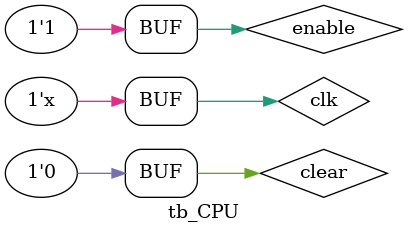
<source format=v>
`timescale 1ns / 1ps


module tb_CPU( );
reg enable;
reg clk;
reg clear;
CPU C1( .enable(enable),.clk(clk));

initial
begin
	clk = 0;
	enable = 0;
end

// Clock set up
always #20 clk = ~clk;



always begin

#40enable = 1;
clear = 0;
 end
endmodule

</source>
